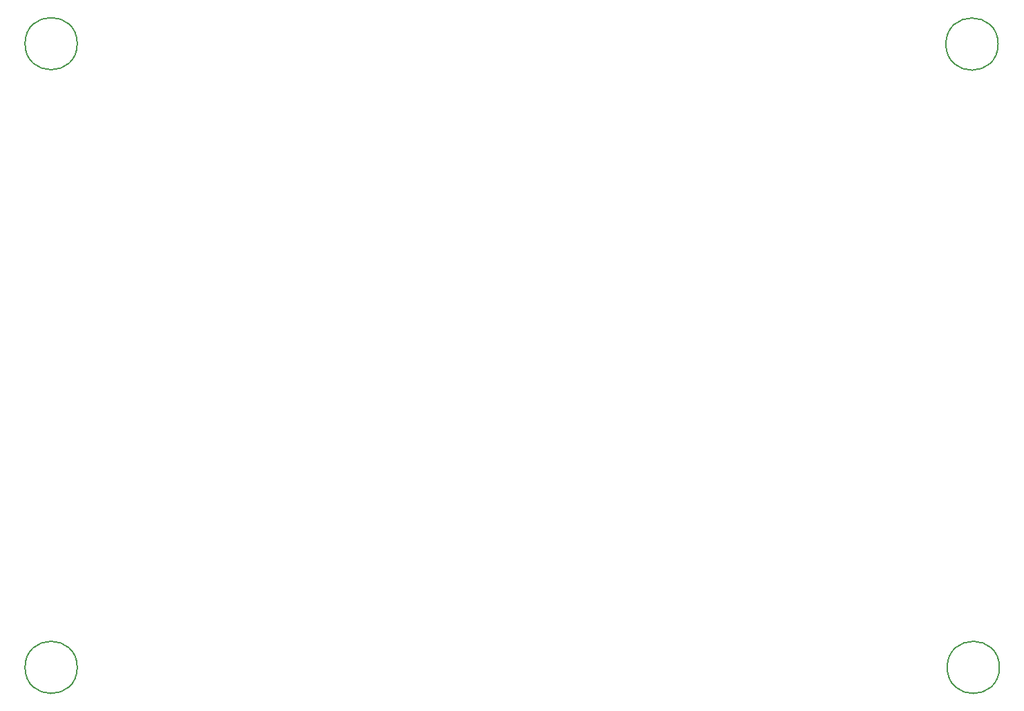
<source format=gbr>
%TF.GenerationSoftware,KiCad,Pcbnew,(5.1.8)-1*%
%TF.CreationDate,2021-12-10T09:08:06+01:00*%
%TF.ProjectId,Schema_Commande_Chacon_54650TX_V2,53636865-6d61-45f4-936f-6d6d616e6465,rev?*%
%TF.SameCoordinates,Original*%
%TF.FileFunction,Other,Comment*%
%FSLAX46Y46*%
G04 Gerber Fmt 4.6, Leading zero omitted, Abs format (unit mm)*
G04 Created by KiCad (PCBNEW (5.1.8)-1) date 2021-12-10 09:08:06*
%MOMM*%
%LPD*%
G01*
G04 APERTURE LIST*
%ADD10C,0.150000*%
G04 APERTURE END LIST*
D10*
%TO.C,3\u002C5mm*%
X47500000Y-120960000D02*
G75*
G03*
X47500000Y-120960000I-3200000J0D01*
G01*
X47500000Y-44460000D02*
G75*
G03*
X47500000Y-44460000I-3200000J0D01*
G01*
X160500000Y-120960000D02*
G75*
G03*
X160500000Y-120960000I-3200000J0D01*
G01*
X160340000Y-44510000D02*
G75*
G03*
X160340000Y-44510000I-3200000J0D01*
G01*
%TD*%
M02*

</source>
